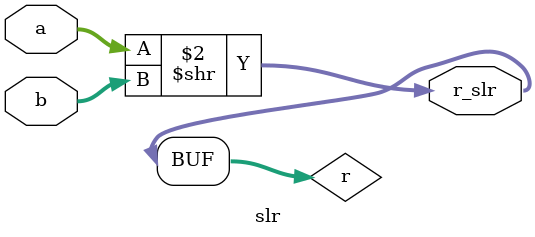
<source format=sv>
module slr #(parameter N=32)
				(input  logic [N-1:0] a, b,
				 output logic [N-1:0] r_slr);

logic [N-1:0] r;

always_comb begin
	r = a >> b;
end

assign r_slr = r;
	
endmodule
</source>
